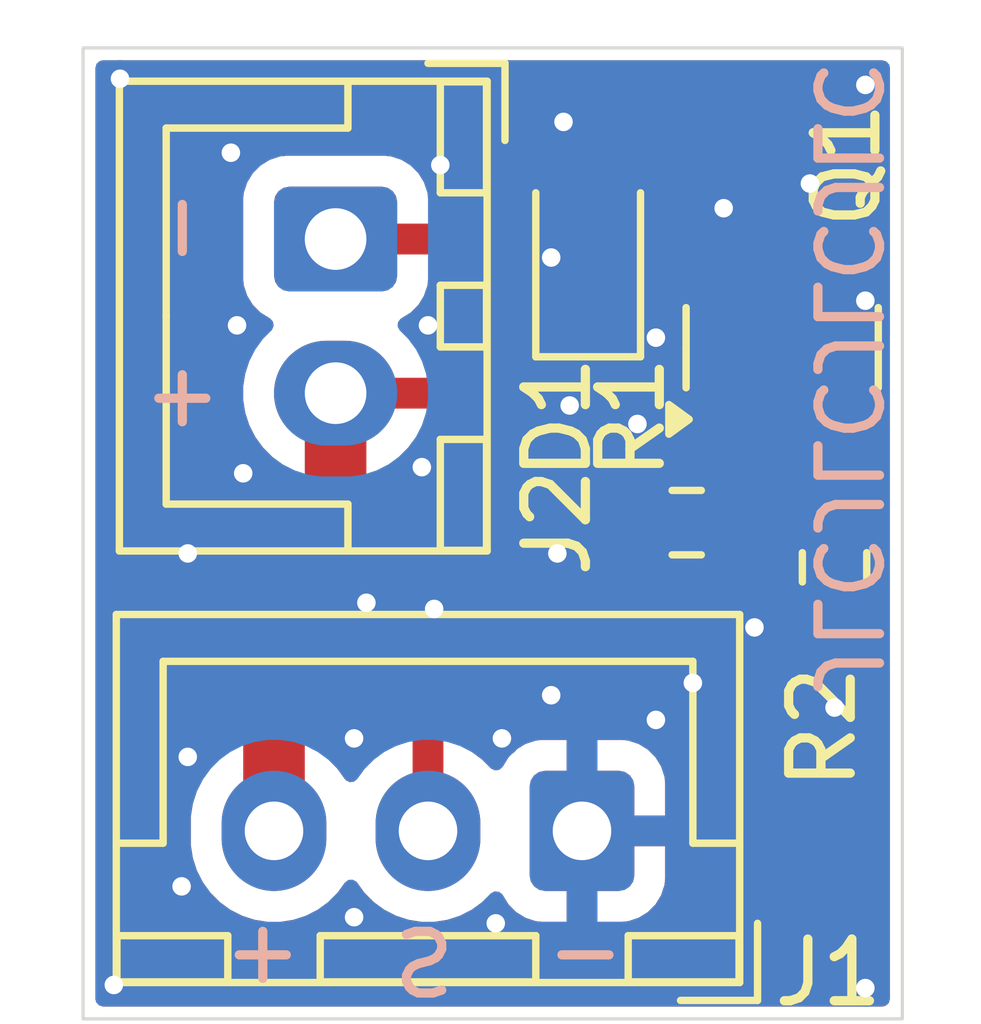
<source format=kicad_pcb>
(kicad_pcb (version 20241229) (generator "pcbnew") (generator_version "9.0")
  (layers (0 "F.Cu" signal) (2 "B.Cu" signal) (13 "F.Paste" user) (15 "B.Paste" user) (5 "F.SilkS" user "F.Silkscreen") (7 "B.SilkS" user "B.Silkscreen") (1 "F.Mask" user) (3 "B.Mask" user) (25 "Edge.Cuts" user))
  (net 0 "")
  (net 1 "Net-(D1-A)")
  (net 2 "/V_IN")
  (net 3 "/D_IN")
  (net 4 "GND")
  (net 5 "Net-(Q1-G)")
  (footprint "Package_TO_SOT_SMD:SOT-23" (layer "F.Cu") (at 134.35 85.7625 90)
    (property "Reference" "Q1" (at 2.9625 1.05 270) (layer "F.SilkS"))
    (property "Value" "AO3400A")
    (fp_line (start 0 -1.56) (end 0.65 -1.56) (stroke (width 0.12)) (layer "F.SilkS"))
    (fp_line (start 0 -1.56) (end -0.65 -1.56) (stroke (width 0.12)) (layer "F.SilkS"))
    (fp_line (start 0 1.56) (end 0.65 1.56) (stroke (width 0.12)) (layer "F.SilkS"))
    (fp_line (start 0 1.56) (end -0.65 1.56) (stroke (width 0.12)) (layer "F.SilkS"))
    (fp_poly (pts (xy -1.1625 -1.51) (xy -1.4025 -1.84) (xy -0.9225 -1.84)) (stroke (width 0.12)) (fill yes) (layer "F.SilkS"))
    (pad "1" smd roundrect (at -0.9375 -0.95 90) (size 1.475 0.6) (layers "F.Cu" "F.Mask" "F.Paste") (net 5 "Net-(Q1-G)"))
    (pad "2" smd roundrect (at -0.9375 0.95 90) (size 1.475 0.6) (layers "F.Cu" "F.Mask" "F.Paste") (net 4 "GND"))
    (pad "3" smd roundrect (at 0.9375 0 90) (size 1.475 0.6) (layers "F.Cu" "F.Mask" "F.Paste") (net 1 "Net-(D1-A)"))
  )
  (footprint "Resistor_SMD:R_0603_1608Metric" (layer "F.Cu") (at 135.2 89.325 90)
    (property "Reference" "R2" (at -2.6 -0.2 90) (layer "F.SilkS"))
    (property "Value" "20k")
    (fp_line (start -0.237258 -0.5225) (end 0.237258 -0.5225) (stroke (width 0.12)) (layer "F.SilkS"))
    (fp_line (start -0.237258 0.5225) (end 0.237258 0.5225) (stroke (width 0.12)) (layer "F.SilkS"))
    (pad "1" smd roundrect (at -0.825 0 90) (size 0.8 0.95) (layers "F.Cu" "F.Mask" "F.Paste") (net 4 "GND"))
    (pad "2" smd roundrect (at 0.825 0 90) (size 0.8 0.95) (layers "F.Cu" "F.Mask" "F.Paste") (net 3 "/D_IN"))
  )
  (footprint "Connector_JST:JST_XH_B2B-XH-A_1x02_P2.50mm_Vertical" (layer "F.Cu") (at 127.1 84 -90)
    (property "Reference" "J2" (at 4.6 -3.6 90) (layer "F.SilkS"))
    (property "Value" "JST XH 2P")
    (fp_line (start -2.56 3.51) (end 5.06 3.51) (stroke (width 0.12)) (layer "F.SilkS"))
    (fp_line (start 5.06 3.51) (end 5.06 -2.46) (stroke (width 0.12)) (layer "F.SilkS"))
    (fp_line (start -1.8 2.75) (end 1.25 2.75) (stroke (width 0.12)) (layer "F.SilkS"))
    (fp_line (start 4.3 2.75) (end 1.25 2.75) (stroke (width 0.12)) (layer "F.SilkS"))
    (fp_line (start -2.55 -0.2) (end -1.8 -0.2) (stroke (width 0.12)) (layer "F.SilkS"))
    (fp_line (start -1.8 -0.2) (end -1.8 2.75) (stroke (width 0.12)) (layer "F.SilkS"))
    (fp_line (start 4.3 -0.2) (end 4.3 2.75) (stroke (width 0.12)) (layer "F.SilkS"))
    (fp_line (start 5.05 -0.2) (end 4.3 -0.2) (stroke (width 0.12)) (layer "F.SilkS"))
    (fp_line (start -2.55 -1.7) (end -0.75 -1.7) (stroke (width 0.12)) (layer "F.SilkS"))
    (fp_line (start -0.75 -1.7) (end -0.75 -2.45) (stroke (width 0.12)) (layer "F.SilkS"))
    (fp_line (start 0.75 -1.7) (end 1.75 -1.7) (stroke (width 0.12)) (layer "F.SilkS"))
    (fp_line (start 1.75 -1.7) (end 1.75 -2.45) (stroke (width 0.12)) (layer "F.SilkS"))
    (fp_line (start 3.25 -1.7) (end 5.05 -1.7) (stroke (width 0.12)) (layer "F.SilkS"))
    (fp_line (start 5.05 -1.7) (end 5.05 -2.45) (stroke (width 0.12)) (layer "F.SilkS"))
    (fp_line (start -2.55 -2.45) (end -2.55 -1.7) (stroke (width 0.12)) (layer "F.SilkS"))
    (fp_line (start -0.75 -2.45) (end -2.55 -2.45) (stroke (width 0.12)) (layer "F.SilkS"))
    (fp_line (start 0.75 -2.45) (end 0.75 -1.7) (stroke (width 0.12)) (layer "F.SilkS"))
    (fp_line (start 1.75 -2.45) (end 0.75 -2.45) (stroke (width 0.12)) (layer "F.SilkS"))
    (fp_line (start 3.25 -2.45) (end 3.25 -1.7) (stroke (width 0.12)) (layer "F.SilkS"))
    (fp_line (start 5.05 -2.45) (end 3.25 -2.45) (stroke (width 0.12)) (layer "F.SilkS"))
    (fp_line (start -2.56 -2.46) (end -2.56 3.51) (stroke (width 0.12)) (layer "F.SilkS"))
    (fp_line (start 5.06 -2.46) (end -2.56 -2.46) (stroke (width 0.12)) (layer "F.SilkS"))
    (fp_line (start -2.85 -2.75) (end -2.85 -1.5) (stroke (width 0.12)) (layer "F.SilkS"))
    (fp_line (start -1.6 -2.75) (end -2.85 -2.75) (stroke (width 0.12)) (layer "F.SilkS"))
    (pad "1" thru_hole roundrect (at 0 0 270) (size 1.7 2) (drill 1) (layers "*.Cu" "*.Mask") (roundrect_rratio 0.147059) (net 1 "Net-(D1-A)"))
    (pad "2" thru_hole oval (at 2.5 0 270) (size 1.7 2) (drill 1) (layers "*.Cu" "*.Mask") (net 2 "/V_IN"))
  )
  (footprint "Diode_SMD:D_SOD-323" (layer "F.Cu") (at 131.2 84.3 90)
    (property "Reference" "D1" (at -2.6 -0.5 90) (layer "F.SilkS"))
    (property "Value" "1N5819WS")
    (fp_line (start -1.61 -0.85) (end 1.05 -0.85) (stroke (width 0.12)) (layer "F.SilkS"))
    (fp_line (start -1.61 -0.85) (end -1.61 0.85) (stroke (width 0.12)) (layer "F.SilkS"))
    (fp_line (start -1.61 0.85) (end 1.05 0.85) (stroke (width 0.12)) (layer "F.SilkS"))
    (pad "1" smd roundrect (at -1.05 0 90) (size 0.6 0.45) (layers "F.Cu" "F.Mask" "F.Paste") (net 2 "/V_IN"))
    (pad "2" smd roundrect (at 1.05 0 90) (size 0.6 0.45) (layers "F.Cu" "F.Mask" "F.Paste") (net 1 "Net-(D1-A)"))
  )
  (footprint "Connector_JST:JST_XH_B3B-XH-A_1x03_P2.50mm_Vertical" (layer "F.Cu") (at 131.1 93.6 180)
    (property "Reference" "J1" (at -4 -2.3 0) (layer "F.SilkS"))
    (property "Value" "JST XH 3P")
    (fp_line (start 7.56 3.51) (end 7.56 -2.46) (stroke (width 0.12)) (layer "F.SilkS"))
    (fp_line (start 7.56 -2.46) (end -2.56 -2.46) (stroke (width 0.12)) (layer "F.SilkS"))
    (fp_line (start 7.55 -0.2) (end 6.8 -0.2) (stroke (width 0.12)) (layer "F.SilkS"))
    (fp_line (start 7.55 -1.7) (end 7.55 -2.45) (stroke (width 0.12)) (layer "F.SilkS"))
    (fp_line (start 7.55 -2.45) (end 5.75 -2.45) (stroke (width 0.12)) (layer "F.SilkS"))
    (fp_line (start 6.8 2.75) (end 2.5 2.75) (stroke (width 0.12)) (layer "F.SilkS"))
    (fp_line (start 6.8 -0.2) (end 6.8 2.75) (stroke (width 0.12)) (layer "F.SilkS"))
    (fp_line (start 5.75 -1.7) (end 7.55 -1.7) (stroke (width 0.12)) (layer "F.SilkS"))
    (fp_line (start 5.75 -2.45) (end 5.75 -1.7) (stroke (width 0.12)) (layer "F.SilkS"))
    (fp_line (start 4.25 -1.7) (end 4.25 -2.45) (stroke (width 0.12)) (layer "F.SilkS"))
    (fp_line (start 4.25 -2.45) (end 0.75 -2.45) (stroke (width 0.12)) (layer "F.SilkS"))
    (fp_line (start 0.75 -1.7) (end 4.25 -1.7) (stroke (width 0.12)) (layer "F.SilkS"))
    (fp_line (start 0.75 -2.45) (end 0.75 -1.7) (stroke (width 0.12)) (layer "F.SilkS"))
    (fp_line (start -0.75 -1.7) (end -0.75 -2.45) (stroke (width 0.12)) (layer "F.SilkS"))
    (fp_line (start -0.75 -2.45) (end -2.55 -2.45) (stroke (width 0.12)) (layer "F.SilkS"))
    (fp_line (start -1.6 -2.75) (end -2.85 -2.75) (stroke (width 0.12)) (layer "F.SilkS"))
    (fp_line (start -1.8 2.75) (end 2.5 2.75) (stroke (width 0.12)) (layer "F.SilkS"))
    (fp_line (start -1.8 -0.2) (end -1.8 2.75) (stroke (width 0.12)) (layer "F.SilkS"))
    (fp_line (start -2.55 -0.2) (end -1.8 -0.2) (stroke (width 0.12)) (layer "F.SilkS"))
    (fp_line (start -2.55 -1.7) (end -0.75 -1.7) (stroke (width 0.12)) (layer "F.SilkS"))
    (fp_line (start -2.55 -2.45) (end -2.55 -1.7) (stroke (width 0.12)) (layer "F.SilkS"))
    (fp_line (start -2.56 3.51) (end 7.56 3.51) (stroke (width 0.12)) (layer "F.SilkS"))
    (fp_line (start -2.56 -2.46) (end -2.56 3.51) (stroke (width 0.12)) (layer "F.SilkS"))
    (fp_line (start -2.85 -2.75) (end -2.85 -1.5) (stroke (width 0.12)) (layer "F.SilkS"))
    (pad "1" thru_hole roundrect (at 0 0 180) (size 1.7 1.95) (drill 0.95) (layers "*.Cu" "*.Mask") (roundrect_rratio 0.147059) (net 4 "GND"))
    (pad "2" thru_hole oval (at 2.5 0 180) (size 1.7 1.95) (drill 0.95) (layers "*.Cu" "*.Mask") (net 3 "/D_IN"))
    (pad "3" thru_hole oval (at 5 0 180) (size 1.7 1.95) (drill 0.95) (layers "*.Cu" "*.Mask") (net 2 "/V_IN"))
  )
  (footprint "Resistor_SMD:R_0603_1608Metric" (layer "F.Cu") (at 132.8 88.6 180)
    (property "Reference" "R1" (at 0.9 1.7 90) (layer "F.SilkS"))
    (property "Value" "20")
    (fp_line (start -0.237258 0.5225) (end 0.237258 0.5225) (stroke (width 0.12)) (layer "F.SilkS"))
    (fp_line (start -0.237258 -0.5225) (end 0.237258 -0.5225) (stroke (width 0.12)) (layer "F.SilkS"))
    (pad "1" smd roundrect (at -0.825 0 180) (size 0.8 0.95) (layers "F.Cu" "F.Mask" "F.Paste") (net 3 "/D_IN"))
    (pad "2" smd roundrect (at 0.825 0 180) (size 0.8 0.95) (layers "F.Cu" "F.Mask" "F.Paste") (net 5 "Net-(Q1-G)"))
  )
  (gr_rect (start 123 80.9) (end 136.3 96.65) (stroke (width 0.05)) (fill no) (layer "Edge.Cuts"))
  (gr_text "+  -" (at 124.1 87.3 270) (layer "B.SilkS") (effects (font (size 1 1)) (justify left bottom mirror)))
  (gr_text "JLCJLCJLCJLC" (at 134.8 91.5 270) (layer "B.SilkS") (effects (font (size 1 1)) (justify left bottom mirror)))
  (gr_text "+  S  -" (at 125.2 95.1 180) (layer "B.SilkS") (effects (font (size 1 1)) (justify left bottom mirror)))
  (segment (start 131.45 83.25) (end 131.2 83.25) (width 0.5) (layer "F.Cu") (net 1))
  (segment (start 131.2 83.25) (end 130.05 83.25) (width 0.5) (layer "F.Cu") (net 1))
  (segment (start 133.025 84.825) (end 131.45 83.25) (width 0.5) (layer "F.Cu") (net 1))
  (segment (start 134.35 84.825) (end 133.025 84.825) (width 0.5) (layer "F.Cu") (net 1))
  (segment (start 130.05 83.25) (end 129.3 84) (width 0.5) (layer "F.Cu") (net 1))
  (segment (start 129.3 84) (end 127.1 84) (width 0.5) (layer "F.Cu") (net 1))
  (segment (start 127.1 86.5) (end 127.1 88.3) (width 1) (layer "F.Cu") (net 2))
  (segment (start 126.1 89.3) (end 126.1 93.6) (width 1) (layer "F.Cu") (net 2))
  (segment (start 127.1 88.3) (end 126.1 89.3) (width 1) (layer "F.Cu") (net 2))
  (segment (start 127.9 86.5) (end 127.1 86.5) (width 0.25) (layer "F.Cu") (net 2))
  (segment (start 130.75 85.35) (end 129.6 86.5) (width 0.5) (layer "F.Cu") (net 2))
  (segment (start 131.2 85.35) (end 130.75 85.35) (width 0.5) (layer "F.Cu") (net 2))
  (segment (start 129.6 86.5) (end 127.1 86.5) (width 0.5) (layer "F.Cu") (net 2))
  (segment (start 133.625 88.6) (end 135.1 88.6) (width 0.5) (layer "F.Cu") (net 3))
  (segment (start 132.4 90.2) (end 130.1 90.2) (width 0.5) (layer "F.Cu") (net 3))
  (segment (start 133.625 88.6) (end 133.625 88.975) (width 0.5) (layer "F.Cu") (net 3))
  (segment (start 128.6 91.7) (end 128.6 93.6) (width 0.5) (layer "F.Cu") (net 3))
  (segment (start 135.1 88.6) (end 135.2 88.5) (width 0.5) (layer "F.Cu") (net 3))
  (segment (start 133.625 88.975) (end 132.4 90.2) (width 0.5) (layer "F.Cu") (net 3))
  (segment (start 130.1 90.2) (end 128.6 91.7) (width 0.5) (layer "F.Cu") (net 3))
  (segment (start 134.8 83.1) (end 135.3 83.6) (width 0.5) (layer "F.Cu") (net 4))
  (segment (start 135.2 90.15) (end 135.2 91.6) (width 0.5) (layer "F.Cu") (net 4))
  (segment (start 135.3 83.6) (end 135.3 86.7) (width 0.5) (layer "F.Cu") (net 4))
  (via (at 132.3 91.8) (size 0.6) (drill 0.3) (layers "F.Cu" "B.Cu") (net 4))
  (via (at 132.9 91.2) (size 0.6) (drill 0.3) (layers "F.Cu" "B.Cu") (net 4))
  (via (at 128.7 90) (size 0.6) (drill 0.3) (layers "F.Cu" "B.Cu") (net 4))
  (via (at 125.4 82.6) (size 0.6) (drill 0.3) (layers "F.Cu" "B.Cu") (net 4))
  (via (at 135.7 85) (size 0.6) (drill 0.3) (layers "F.Cu" "B.Cu") (net 4))
  (via (at 125.5 85.4) (size 0.6) (drill 0.3) (layers "F.Cu" "B.Cu") (net 4))
  (via (at 123.5 96.1) (size 0.6) (drill 0.3) (layers "F.Cu" "B.Cu") (net 4))
  (via (at 130.7 89.1) (size 0.6) (drill 0.3) (layers "F.Cu" "B.Cu") (net 4))
  (via (at 134.8 83.1) (size 0.6) (drill 0.3) (layers "F.Cu" "B.Cu") (net 4))
  (via (at 133.9 90.3) (size 0.6) (drill 0.3) (layers "F.Cu" "B.Cu") (net 4))
  (via (at 127.4 95) (size 0.6) (drill 0.3) (layers "F.Cu" "B.Cu") (net 4))
  (via (at 130.6 91.4) (size 0.6) (drill 0.3) (layers "F.Cu" "B.Cu") (net 4))
  (via (at 135.2 91.6) (size 0.6) (drill 0.3) (layers "F.Cu" "B.Cu") (net 4))
  (via (at 124.7 89.1) (size 0.6) (drill 0.3) (layers "F.Cu" "B.Cu") (net 4))
  (via (at 132 87) (size 0.6) (drill 0.3) (layers "F.Cu" "B.Cu") (net 4))
  (via (at 127.6 89.9) (size 0.6) (drill 0.3) (layers "F.Cu" "B.Cu") (net 4))
  (via (at 135.7 81.5) (size 0.6) (drill 0.3) (layers "F.Cu" "B.Cu") (net 4))
  (via (at 124.6 94.5) (size 0.6) (drill 0.3) (layers "F.Cu" "B.Cu") (net 4))
  (via (at 132.3 85.6) (size 0.6) (drill 0.3) (layers "F.Cu" "B.Cu") (net 4))
  (via (at 129.7 95.1) (size 0.6) (drill 0.3) (layers "F.Cu" "B.Cu") (net 4))
  (via (at 128.8 82.8) (size 0.6) (drill 0.3) (layers "F.Cu" "B.Cu") (net 4))
  (via (at 130.6 84.3) (size 0.6) (drill 0.3) (layers "F.Cu" "B.Cu") (net 4))
  (via (at 123.6 81.4) (size 0.6) (drill 0.3) (layers "F.Cu" "B.Cu") (net 4))
  (via (at 130.9 86.7) (size 0.6) (drill 0.3) (layers "F.Cu" "B.Cu") (net 4))
  (via (at 127.4 92.1) (size 0.6) (drill 0.3) (layers "F.Cu" "B.Cu") (net 4))
  (via (at 135.7 96.15) (size 0.6) (drill 0.3) (layers "F.Cu" "B.Cu") (net 4))
  (via (at 130.8 82.1) (size 0.6) (drill 0.3) (layers "F.Cu" "B.Cu") (net 4))
  (via (at 128.6 85.4) (size 0.6) (drill 0.3) (layers "F.Cu" "B.Cu") (net 4))
  (via (at 129.8 92.1) (size 0.6) (drill 0.3) (layers "F.Cu" "B.Cu") (net 4))
  (via (at 124.7 92.4) (size 0.6) (drill 0.3) (layers "F.Cu" "B.Cu") (net 4))
  (via (at 125.6 87.8) (size 0.6) (drill 0.3) (layers "F.Cu" "B.Cu") (net 4))
  (via (at 133.4 83.5) (size 0.6) (drill 0.3) (layers "F.Cu" "B.Cu") (net 4))
  (via (at 128.5 87.7) (size 0.6) (drill 0.3) (layers "F.Cu" "B.Cu") (net 4))
  (segment (start 133.4 87.2) (end 133.4 86.7) (width 0.5) (layer "F.Cu") (net 5))
  (segment (start 132 88.6) (end 133.4 87.2) (width 0.5) (layer "F.Cu") (net 5))
  (segment (start 131.975 88.6) (end 132 88.6) (width 0.5) (layer "F.Cu") (net 5))
  (zone (net 0) (net_name "") (layer "F.Cu") (connect_pads (clearance 0)) (min_thickness 0.25)
    (keepout (tracks allowed) (vias allowed) (pads allowed) (copperpour not_allowed) (footprints allowed))
    (fill (thermal_gap 0.5) (thermal_bridge_width 0.5) (island_removal_mode 1) (island_area_min 10))
    (polygon (pts (xy 133.9 85.9) (xy 134.7 85.9) (xy 134.7 87.9) (xy 133.9 87.9)))
  )
  (zone (net 4) (net_name "GND") (layer "F.Cu") (priority 1) (connect_pads (clearance 0.5)) (min_thickness 0.25) (fill yes (thermal_gap 0.5) (thermal_bridge_width 0.5) (island_removal_mode 1) (island_area_min 10))
    (polygon (pts (xy 123 80.9) (xy 136.2 80.9) (xy 136.3 96.6) (xy 122.9 96.7)))
  )
  (zone (net 4) (net_name "GND") (layer "B.Cu") (connect_pads (clearance 0.5)) (min_thickness 0.25) (fill yes (thermal_gap 0.5) (thermal_bridge_width 0.5))
    (polygon (pts (xy 123 80.9) (xy 136.2 81) (xy 136.3 96.6) (xy 122.9 96.6)))
  )
)
</source>
